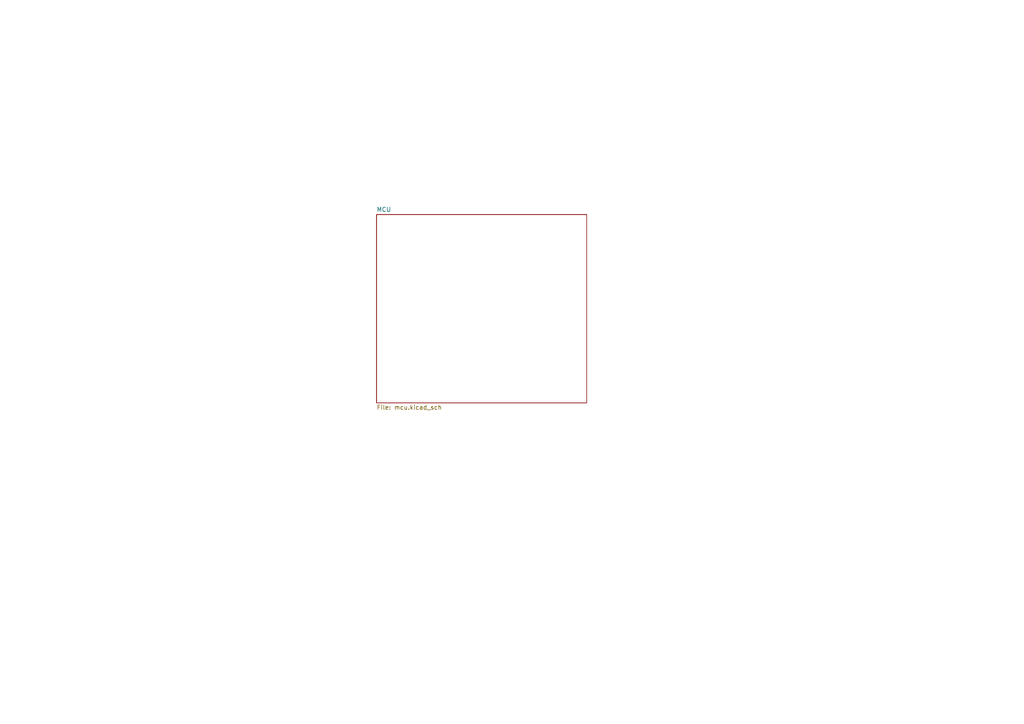
<source format=kicad_sch>
(kicad_sch (version 20211123) (generator eeschema)
  (paper "A4")
  (title_block (title "AirFile") (rev "v0.1a"))
  (lib_symbols)
  (sheet (at 109.22 62.23) (size 60.96 54.61) (stroke (width 0.1524))
    (property "Sheet name" "MCU" (at 109.22 61.5184 0) (effects (justify left bottom)))
    (property "Sheet file" "mcu.kicad_sch" (at 109.22 117.4246 0) (effects (justify left top)))
  )
)
</source>
